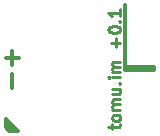
<source format=gto>
G04 #@! TF.FileFunction,Legend,Top*
%FSLAX46Y46*%
G04 Gerber Fmt 4.6, Leading zero omitted, Abs format (unit mm)*
G04 Created by KiCad (PCBNEW 4.0.4+e1-6308~48~ubuntu14.04.1-stable) date Sat Nov 26 19:33:40 2016*
%MOMM*%
%LPD*%
G01*
G04 APERTURE LIST*
%ADD10C,0.350000*%
%ADD11C,0.300000*%
%ADD12C,0.250000*%
G04 APERTURE END LIST*
D10*
D11*
X27381200Y-23622000D02*
X27381200Y-18084800D01*
X27381200Y-23469600D02*
X29870400Y-23469600D01*
X27381200Y-23622000D02*
X27381200Y-23368000D01*
X27381200Y-23622000D02*
X29870400Y-23622000D01*
X27381200Y-23368000D02*
X29870400Y-23368000D01*
X17881600Y-28752800D02*
X17322800Y-28143200D01*
X17272000Y-28448000D02*
X17272000Y-27736800D01*
X17576800Y-28752800D02*
X17272000Y-28448000D01*
X18288000Y-28752800D02*
X17576800Y-28752800D01*
X17272000Y-27736800D02*
X18288000Y-28752800D01*
X17836343Y-25107828D02*
X17836343Y-23964971D01*
X17836343Y-23126628D02*
X17836343Y-21983771D01*
X18407771Y-22555200D02*
X17264914Y-22555200D01*
D12*
X26303314Y-28555962D02*
X26303314Y-28175010D01*
X25969981Y-28413105D02*
X26827124Y-28413105D01*
X26922362Y-28365486D01*
X26969981Y-28270248D01*
X26969981Y-28175010D01*
X26969981Y-27698819D02*
X26922362Y-27794057D01*
X26874743Y-27841676D01*
X26779505Y-27889295D01*
X26493790Y-27889295D01*
X26398552Y-27841676D01*
X26350933Y-27794057D01*
X26303314Y-27698819D01*
X26303314Y-27555961D01*
X26350933Y-27460723D01*
X26398552Y-27413104D01*
X26493790Y-27365485D01*
X26779505Y-27365485D01*
X26874743Y-27413104D01*
X26922362Y-27460723D01*
X26969981Y-27555961D01*
X26969981Y-27698819D01*
X26969981Y-26936914D02*
X26303314Y-26936914D01*
X26398552Y-26936914D02*
X26350933Y-26889295D01*
X26303314Y-26794057D01*
X26303314Y-26651199D01*
X26350933Y-26555961D01*
X26446171Y-26508342D01*
X26969981Y-26508342D01*
X26446171Y-26508342D02*
X26350933Y-26460723D01*
X26303314Y-26365485D01*
X26303314Y-26222628D01*
X26350933Y-26127390D01*
X26446171Y-26079771D01*
X26969981Y-26079771D01*
X26303314Y-25175009D02*
X26969981Y-25175009D01*
X26303314Y-25603581D02*
X26827124Y-25603581D01*
X26922362Y-25555962D01*
X26969981Y-25460724D01*
X26969981Y-25317866D01*
X26922362Y-25222628D01*
X26874743Y-25175009D01*
X26874743Y-24698819D02*
X26922362Y-24651200D01*
X26969981Y-24698819D01*
X26922362Y-24746438D01*
X26874743Y-24698819D01*
X26969981Y-24698819D01*
X26969981Y-24222629D02*
X26303314Y-24222629D01*
X25969981Y-24222629D02*
X26017600Y-24270248D01*
X26065219Y-24222629D01*
X26017600Y-24175010D01*
X25969981Y-24222629D01*
X26065219Y-24222629D01*
X26969981Y-23746439D02*
X26303314Y-23746439D01*
X26398552Y-23746439D02*
X26350933Y-23698820D01*
X26303314Y-23603582D01*
X26303314Y-23460724D01*
X26350933Y-23365486D01*
X26446171Y-23317867D01*
X26969981Y-23317867D01*
X26446171Y-23317867D02*
X26350933Y-23270248D01*
X26303314Y-23175010D01*
X26303314Y-23032153D01*
X26350933Y-22936915D01*
X26446171Y-22889296D01*
X26969981Y-22889296D01*
X26589029Y-21651201D02*
X26589029Y-20889296D01*
X26969981Y-21270248D02*
X26208076Y-21270248D01*
X25969981Y-20222630D02*
X25969981Y-20127391D01*
X26017600Y-20032153D01*
X26065219Y-19984534D01*
X26160457Y-19936915D01*
X26350933Y-19889296D01*
X26589029Y-19889296D01*
X26779505Y-19936915D01*
X26874743Y-19984534D01*
X26922362Y-20032153D01*
X26969981Y-20127391D01*
X26969981Y-20222630D01*
X26922362Y-20317868D01*
X26874743Y-20365487D01*
X26779505Y-20413106D01*
X26589029Y-20460725D01*
X26350933Y-20460725D01*
X26160457Y-20413106D01*
X26065219Y-20365487D01*
X26017600Y-20317868D01*
X25969981Y-20222630D01*
X26874743Y-19460725D02*
X26922362Y-19413106D01*
X26969981Y-19460725D01*
X26922362Y-19508344D01*
X26874743Y-19460725D01*
X26969981Y-19460725D01*
X26969981Y-18460725D02*
X26969981Y-19032154D01*
X26969981Y-18746440D02*
X25969981Y-18746440D01*
X26112838Y-18841678D01*
X26208076Y-18936916D01*
X26255695Y-19032154D01*
M02*

</source>
